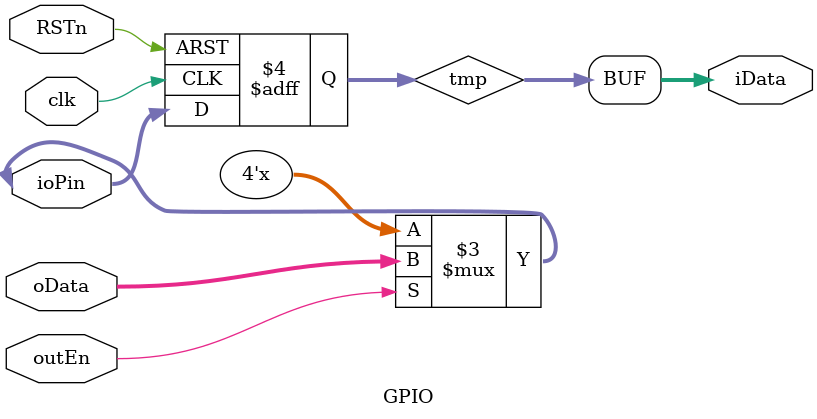
<source format=v>
module GPIO (
    input outEn,
    input clk,
    input RSTn,
    input   [3:0]oData,  
    output  [3:0]iData,  
    inout  [3:0]ioPin
);
reg  [3:0]tmp;

always@(posedge clk or negedge RSTn) begin
  if(~RSTn) tmp <= 4'd0;
  else tmp <= ioPin;
end

assign iData = tmp;
assign ioPin = outEn ? oData : 4'bz;

endmodule

</source>
